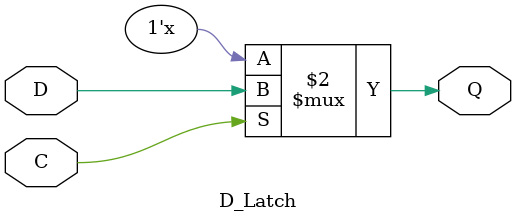
<source format=v>
module D_Latch(output reg Q, input D, input C );
always @(*) 
  if (C) 
    Q <= D;
endmodule
</source>
